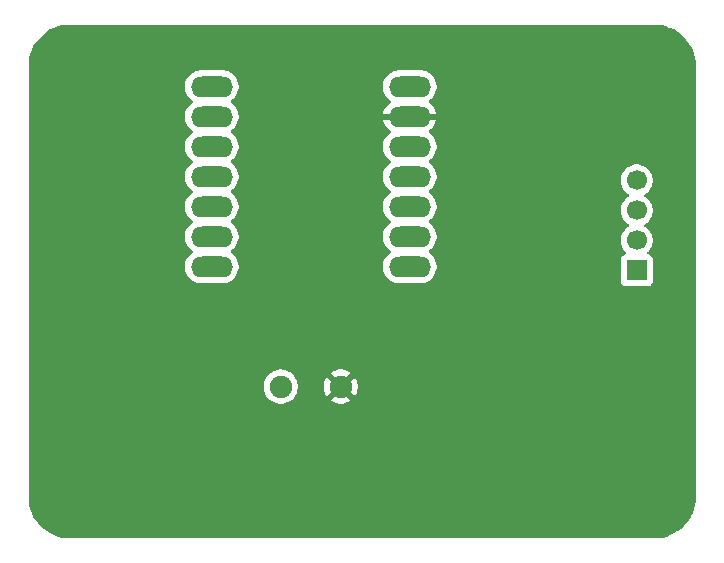
<source format=gbr>
%TF.GenerationSoftware,KiCad,Pcbnew,9.0.5*%
%TF.CreationDate,2026-02-02T17:22:04-08:00*%
%TF.ProjectId,Display device,44697370-6c61-4792-9064-65766963652e,rev?*%
%TF.SameCoordinates,Original*%
%TF.FileFunction,Copper,L2,Bot*%
%TF.FilePolarity,Positive*%
%FSLAX46Y46*%
G04 Gerber Fmt 4.6, Leading zero omitted, Abs format (unit mm)*
G04 Created by KiCad (PCBNEW 9.0.5) date 2026-02-02 17:22:04*
%MOMM*%
%LPD*%
G01*
G04 APERTURE LIST*
%TA.AperFunction,ComponentPad*%
%ADD10R,1.700000X1.700000*%
%TD*%
%TA.AperFunction,ComponentPad*%
%ADD11C,1.700000*%
%TD*%
%TA.AperFunction,ComponentPad*%
%ADD12O,3.556000X1.778000*%
%TD*%
%TA.AperFunction,ComponentPad*%
%ADD13C,1.905000*%
%TD*%
G04 APERTURE END LIST*
D10*
%TO.P,J1,1,Pin_1*%
%TO.N,Net-(J1-Pin_1)*%
X161000000Y-96810000D03*
D11*
%TO.P,J1,2,Pin_2*%
%TO.N,Net-(J1-Pin_2)*%
X161000000Y-94270000D03*
%TO.P,J1,3,Pin_3*%
%TO.N,Net-(J1-Pin_3)*%
X161000000Y-91730000D03*
%TO.P,J1,4,Pin_4*%
%TO.N,Net-(J1-Pin_4)*%
X161000000Y-89190000D03*
%TD*%
D12*
%TO.P,U1,1,GPIO1_A0_D0*%
%TO.N,/LED*%
X125013000Y-81250000D03*
%TO.P,U1,2,GPIO2_A1_D1*%
%TO.N,unconnected-(U1-GPIO2_A1_D1-Pad2)*%
X125013000Y-83790000D03*
%TO.P,U1,3,GPIO3_A2_D2*%
%TO.N,unconnected-(U1-GPIO3_A2_D2-Pad3)*%
X125013000Y-86330000D03*
%TO.P,U1,4,GPIO4_A3_D3*%
%TO.N,/DISP_BTN*%
X125013000Y-88870000D03*
%TO.P,U1,5,GPIO4_A3_D3_SDA*%
%TO.N,unconnected-(U1-GPIO4_A3_D3_SDA-Pad5)*%
X125013000Y-91410000D03*
%TO.P,U1,6,GPIO6_A5_D5_SCL*%
%TO.N,/M_A1*%
X125013000Y-93950000D03*
%TO.P,U1,7,GPIO43_TX_D6*%
%TO.N,unconnected-(U1-GPIO43_TX_D6-Pad7)*%
X125013000Y-96490000D03*
%TO.P,U1,8,GPIO44_D7_RX*%
%TO.N,unconnected-(U1-GPIO44_D7_RX-Pad8)*%
X141777000Y-96490000D03*
%TO.P,U1,9,GPIO7_A8_D8_SCK*%
%TO.N,/M_A2*%
X141777000Y-93950000D03*
%TO.P,U1,10,GPIO8_A9_D9_CIPO*%
%TO.N,/M_B1*%
X141777000Y-91410000D03*
%TO.P,U1,11,GPIO9_A10_D10_COPI*%
%TO.N,/M_B2*%
X141777000Y-88870000D03*
%TO.P,U1,12,3V3*%
%TO.N,unconnected-(U1-3V3-Pad12)*%
X141777000Y-86330000D03*
%TO.P,U1,13,GND*%
%TO.N,GND*%
X141777000Y-83790000D03*
%TO.P,U1,14,5V*%
%TO.N,unconnected-(U1-5V-Pad14)*%
X141777000Y-81250000D03*
D13*
%TO.P,U1,15,+BATT*%
%TO.N,/BAT*%
X130855000Y-106650000D03*
%TO.P,U1,16,-BATT*%
%TO.N,GND*%
X135935000Y-106650000D03*
%TD*%
%TA.AperFunction,Conductor*%
%TO.N,GND*%
G36*
X162503032Y-76000648D02*
G01*
X162836929Y-76017052D01*
X162849037Y-76018245D01*
X162952146Y-76033539D01*
X163176699Y-76066849D01*
X163188617Y-76069219D01*
X163509951Y-76149709D01*
X163521588Y-76153240D01*
X163592806Y-76178722D01*
X163833467Y-76264832D01*
X163844688Y-76269479D01*
X164144163Y-76411120D01*
X164154871Y-76416844D01*
X164438988Y-76587137D01*
X164449106Y-76593897D01*
X164715170Y-76791224D01*
X164724576Y-76798944D01*
X164970013Y-77021395D01*
X164978604Y-77029986D01*
X165165755Y-77236475D01*
X165201055Y-77275423D01*
X165208775Y-77284829D01*
X165406102Y-77550893D01*
X165412862Y-77561011D01*
X165541776Y-77776092D01*
X165583148Y-77845116D01*
X165588885Y-77855848D01*
X165730514Y-78155297D01*
X165735170Y-78166540D01*
X165846759Y-78478411D01*
X165850292Y-78490055D01*
X165930777Y-78811369D01*
X165933151Y-78823305D01*
X165981754Y-79150962D01*
X165982947Y-79163071D01*
X165999351Y-79496966D01*
X165999500Y-79503051D01*
X165999500Y-115996948D01*
X165999351Y-116003033D01*
X165982947Y-116336928D01*
X165981754Y-116349037D01*
X165933151Y-116676694D01*
X165930777Y-116688630D01*
X165850292Y-117009944D01*
X165846759Y-117021588D01*
X165735170Y-117333459D01*
X165730514Y-117344702D01*
X165588885Y-117644151D01*
X165583148Y-117654883D01*
X165412862Y-117938988D01*
X165406102Y-117949106D01*
X165208775Y-118215170D01*
X165201055Y-118224576D01*
X164978611Y-118470006D01*
X164970006Y-118478611D01*
X164724576Y-118701055D01*
X164715170Y-118708775D01*
X164449106Y-118906102D01*
X164438988Y-118912862D01*
X164154883Y-119083148D01*
X164144151Y-119088885D01*
X163844702Y-119230514D01*
X163833459Y-119235170D01*
X163521588Y-119346759D01*
X163509944Y-119350292D01*
X163188630Y-119430777D01*
X163176694Y-119433151D01*
X162849037Y-119481754D01*
X162836928Y-119482947D01*
X162521989Y-119498419D01*
X162503031Y-119499351D01*
X162496949Y-119499500D01*
X113003051Y-119499500D01*
X112996968Y-119499351D01*
X112976900Y-119498365D01*
X112663071Y-119482947D01*
X112650962Y-119481754D01*
X112323305Y-119433151D01*
X112311369Y-119430777D01*
X111990055Y-119350292D01*
X111978411Y-119346759D01*
X111666540Y-119235170D01*
X111655301Y-119230515D01*
X111355844Y-119088883D01*
X111345121Y-119083150D01*
X111061011Y-118912862D01*
X111050893Y-118906102D01*
X110784829Y-118708775D01*
X110775423Y-118701055D01*
X110736475Y-118665755D01*
X110529986Y-118478604D01*
X110521395Y-118470013D01*
X110298944Y-118224576D01*
X110291224Y-118215170D01*
X110093897Y-117949106D01*
X110087137Y-117938988D01*
X109916844Y-117654871D01*
X109911120Y-117644163D01*
X109769479Y-117344688D01*
X109764829Y-117333459D01*
X109653240Y-117021588D01*
X109649707Y-117009944D01*
X109640958Y-116975015D01*
X109569219Y-116688617D01*
X109566848Y-116676694D01*
X109518245Y-116349037D01*
X109517052Y-116336927D01*
X109500649Y-116003032D01*
X109500500Y-115996948D01*
X109500500Y-106535646D01*
X129402000Y-106535646D01*
X129402000Y-106764353D01*
X129437778Y-106990246D01*
X129437778Y-106990249D01*
X129508450Y-107207755D01*
X129508452Y-107207758D01*
X129612283Y-107411538D01*
X129746714Y-107596566D01*
X129908434Y-107758286D01*
X130093462Y-107892717D01*
X130296327Y-107996082D01*
X130297244Y-107996549D01*
X130514751Y-108067221D01*
X130514752Y-108067221D01*
X130514755Y-108067222D01*
X130740646Y-108103000D01*
X130740647Y-108103000D01*
X130969353Y-108103000D01*
X130969354Y-108103000D01*
X131195245Y-108067222D01*
X131195248Y-108067221D01*
X131195249Y-108067221D01*
X131412755Y-107996549D01*
X131412755Y-107996548D01*
X131412758Y-107996548D01*
X131616538Y-107892717D01*
X131801566Y-107758286D01*
X131963286Y-107596566D01*
X132097717Y-107411538D01*
X132201548Y-107207758D01*
X132272222Y-106990245D01*
X132308000Y-106764354D01*
X132308000Y-106535686D01*
X134482500Y-106535686D01*
X134482500Y-106764313D01*
X134518265Y-106990124D01*
X134518265Y-106990125D01*
X134588917Y-107207568D01*
X134692711Y-107411276D01*
X134746347Y-107485098D01*
X134746347Y-107485099D01*
X135445504Y-106785941D01*
X135461619Y-106846081D01*
X135528498Y-106961920D01*
X135623080Y-107056502D01*
X135738919Y-107123381D01*
X135799057Y-107139494D01*
X135099899Y-107838651D01*
X135173725Y-107892288D01*
X135173731Y-107892292D01*
X135377431Y-107996082D01*
X135594875Y-108066734D01*
X135820687Y-108102500D01*
X136049313Y-108102500D01*
X136275124Y-108066734D01*
X136275125Y-108066734D01*
X136492568Y-107996082D01*
X136696276Y-107892288D01*
X136770098Y-107838651D01*
X136070942Y-107139495D01*
X136131081Y-107123381D01*
X136246920Y-107056502D01*
X136341502Y-106961920D01*
X136408381Y-106846081D01*
X136424495Y-106785942D01*
X137123651Y-107485098D01*
X137177288Y-107411276D01*
X137281082Y-107207568D01*
X137351734Y-106990125D01*
X137351734Y-106990124D01*
X137387500Y-106764313D01*
X137387500Y-106535686D01*
X137351734Y-106309875D01*
X137351734Y-106309874D01*
X137281082Y-106092431D01*
X137177292Y-105888731D01*
X137177288Y-105888725D01*
X137123651Y-105814900D01*
X137123651Y-105814899D01*
X136424494Y-106514056D01*
X136408381Y-106453919D01*
X136341502Y-106338080D01*
X136246920Y-106243498D01*
X136131081Y-106176619D01*
X136070940Y-106160504D01*
X136770099Y-105461347D01*
X136696276Y-105407711D01*
X136492568Y-105303917D01*
X136275124Y-105233265D01*
X136049313Y-105197500D01*
X135820687Y-105197500D01*
X135594875Y-105233265D01*
X135594874Y-105233265D01*
X135377431Y-105303917D01*
X135173719Y-105407713D01*
X135099900Y-105461346D01*
X135099899Y-105461347D01*
X135799057Y-106160504D01*
X135738919Y-106176619D01*
X135623080Y-106243498D01*
X135528498Y-106338080D01*
X135461619Y-106453919D01*
X135445504Y-106514057D01*
X134746347Y-105814899D01*
X134746346Y-105814900D01*
X134692713Y-105888719D01*
X134588917Y-106092431D01*
X134518265Y-106309874D01*
X134518265Y-106309875D01*
X134482500Y-106535686D01*
X132308000Y-106535686D01*
X132308000Y-106535646D01*
X132272222Y-106309755D01*
X132272221Y-106309751D01*
X132272221Y-106309750D01*
X132201549Y-106092244D01*
X132097851Y-105888725D01*
X132097717Y-105888462D01*
X131963286Y-105703434D01*
X131801566Y-105541714D01*
X131616538Y-105407283D01*
X131412755Y-105303450D01*
X131195248Y-105232778D01*
X131025826Y-105205944D01*
X130969354Y-105197000D01*
X130740646Y-105197000D01*
X130665349Y-105208926D01*
X130514753Y-105232778D01*
X130514750Y-105232778D01*
X130297244Y-105303450D01*
X130093461Y-105407283D01*
X130019051Y-105461346D01*
X129908434Y-105541714D01*
X129908432Y-105541716D01*
X129908431Y-105541716D01*
X129746716Y-105703431D01*
X129746716Y-105703432D01*
X129746714Y-105703434D01*
X129688980Y-105782896D01*
X129612283Y-105888461D01*
X129508450Y-106092244D01*
X129437778Y-106309750D01*
X129437778Y-106309753D01*
X129402000Y-106535646D01*
X109500500Y-106535646D01*
X109500500Y-81140638D01*
X122734500Y-81140638D01*
X122734500Y-81359361D01*
X122768714Y-81575376D01*
X122836297Y-81783380D01*
X122836298Y-81783383D01*
X122935595Y-81978260D01*
X123064142Y-82155193D01*
X123218806Y-82309857D01*
X123369969Y-82419682D01*
X123412635Y-82475011D01*
X123418614Y-82544625D01*
X123386009Y-82606420D01*
X123369969Y-82620318D01*
X123218806Y-82730142D01*
X123064142Y-82884806D01*
X122935595Y-83061739D01*
X122836298Y-83256616D01*
X122836297Y-83256619D01*
X122768714Y-83464623D01*
X122734500Y-83680638D01*
X122734500Y-83899361D01*
X122768714Y-84115376D01*
X122836297Y-84323380D01*
X122836298Y-84323383D01*
X122903782Y-84455825D01*
X122935461Y-84517998D01*
X122935595Y-84518260D01*
X123064142Y-84695193D01*
X123218806Y-84849857D01*
X123369969Y-84959682D01*
X123412635Y-85015011D01*
X123418614Y-85084625D01*
X123386009Y-85146420D01*
X123369969Y-85160318D01*
X123218806Y-85270142D01*
X123064142Y-85424806D01*
X122935595Y-85601739D01*
X122836298Y-85796616D01*
X122836297Y-85796619D01*
X122768714Y-86004623D01*
X122734500Y-86220638D01*
X122734500Y-86439361D01*
X122768714Y-86655376D01*
X122836297Y-86863380D01*
X122836298Y-86863383D01*
X122935595Y-87058260D01*
X123064142Y-87235193D01*
X123218806Y-87389857D01*
X123369969Y-87499682D01*
X123412635Y-87555011D01*
X123418614Y-87624625D01*
X123386009Y-87686420D01*
X123369969Y-87700318D01*
X123218806Y-87810142D01*
X123064142Y-87964806D01*
X122935595Y-88141739D01*
X122836298Y-88336616D01*
X122836297Y-88336619D01*
X122768714Y-88544623D01*
X122734500Y-88760638D01*
X122734500Y-88979361D01*
X122768714Y-89195376D01*
X122836297Y-89403380D01*
X122836298Y-89403383D01*
X122935595Y-89598260D01*
X123064142Y-89775193D01*
X123218806Y-89929857D01*
X123369969Y-90039682D01*
X123412635Y-90095011D01*
X123418614Y-90164625D01*
X123386009Y-90226420D01*
X123369969Y-90240318D01*
X123218806Y-90350142D01*
X123064142Y-90504806D01*
X122935595Y-90681739D01*
X122836298Y-90876616D01*
X122836297Y-90876619D01*
X122768714Y-91084623D01*
X122734500Y-91300638D01*
X122734500Y-91519361D01*
X122768714Y-91735376D01*
X122836297Y-91943380D01*
X122836298Y-91943383D01*
X122935595Y-92138260D01*
X123064142Y-92315193D01*
X123218806Y-92469857D01*
X123369969Y-92579682D01*
X123412635Y-92635011D01*
X123418614Y-92704625D01*
X123386009Y-92766420D01*
X123369969Y-92780318D01*
X123218806Y-92890142D01*
X123064142Y-93044806D01*
X122935595Y-93221739D01*
X122836298Y-93416616D01*
X122836297Y-93416619D01*
X122768714Y-93624623D01*
X122734500Y-93840638D01*
X122734500Y-94059361D01*
X122768714Y-94275376D01*
X122836297Y-94483380D01*
X122836298Y-94483383D01*
X122935595Y-94678260D01*
X123064142Y-94855193D01*
X123218806Y-95009857D01*
X123369969Y-95119682D01*
X123412635Y-95175011D01*
X123418614Y-95244625D01*
X123386009Y-95306420D01*
X123369969Y-95320318D01*
X123218806Y-95430142D01*
X123064142Y-95584806D01*
X122935595Y-95761739D01*
X122836298Y-95956616D01*
X122836297Y-95956619D01*
X122768714Y-96164623D01*
X122734500Y-96380638D01*
X122734500Y-96599361D01*
X122768714Y-96815376D01*
X122836297Y-97023380D01*
X122836298Y-97023383D01*
X122935595Y-97218260D01*
X123064142Y-97395193D01*
X123218806Y-97549857D01*
X123384374Y-97670147D01*
X123395743Y-97678407D01*
X123523132Y-97743315D01*
X123590616Y-97777701D01*
X123590619Y-97777702D01*
X123694621Y-97811493D01*
X123798625Y-97845286D01*
X123898672Y-97861132D01*
X124014639Y-97879500D01*
X124014644Y-97879500D01*
X126011361Y-97879500D01*
X126116082Y-97862912D01*
X126227375Y-97845286D01*
X126435383Y-97777701D01*
X126630257Y-97678407D01*
X126729601Y-97606229D01*
X126807193Y-97549857D01*
X126807195Y-97549854D01*
X126807199Y-97549852D01*
X126961852Y-97395199D01*
X126961854Y-97395195D01*
X126961857Y-97395193D01*
X127018229Y-97317601D01*
X127090407Y-97218257D01*
X127189701Y-97023383D01*
X127257286Y-96815375D01*
X127274912Y-96704082D01*
X127291500Y-96599361D01*
X127291500Y-96380638D01*
X127271595Y-96254971D01*
X127257286Y-96164625D01*
X127189701Y-95956617D01*
X127189701Y-95956616D01*
X127136658Y-95852516D01*
X127090407Y-95761743D01*
X127058382Y-95717664D01*
X126961857Y-95584806D01*
X126807199Y-95430148D01*
X126800551Y-95425318D01*
X126656028Y-95320316D01*
X126613364Y-95264989D01*
X126607385Y-95195376D01*
X126639990Y-95133580D01*
X126656023Y-95119686D01*
X126807199Y-95009852D01*
X126961852Y-94855199D01*
X126961854Y-94855195D01*
X126961857Y-94855193D01*
X127018229Y-94777601D01*
X127090407Y-94678257D01*
X127189701Y-94483383D01*
X127257286Y-94275375D01*
X127274912Y-94164082D01*
X127291500Y-94059361D01*
X127291500Y-93840638D01*
X127271595Y-93714971D01*
X127257286Y-93624625D01*
X127189701Y-93416617D01*
X127189701Y-93416616D01*
X127099653Y-93239890D01*
X127090407Y-93221743D01*
X127012819Y-93114951D01*
X126961857Y-93044806D01*
X126807199Y-92890148D01*
X126806326Y-92889514D01*
X126656028Y-92780316D01*
X126613364Y-92724989D01*
X126607385Y-92655376D01*
X126639990Y-92593580D01*
X126656023Y-92579686D01*
X126807199Y-92469852D01*
X126961852Y-92315199D01*
X126961854Y-92315195D01*
X126961857Y-92315193D01*
X127018229Y-92237601D01*
X127090407Y-92138257D01*
X127189701Y-91943383D01*
X127257286Y-91735375D01*
X127274912Y-91624082D01*
X127291500Y-91519361D01*
X127291500Y-91300638D01*
X127271595Y-91174971D01*
X127257286Y-91084625D01*
X127189701Y-90876617D01*
X127189701Y-90876616D01*
X127099653Y-90699890D01*
X127090407Y-90681743D01*
X127012819Y-90574951D01*
X126961857Y-90504806D01*
X126807199Y-90350148D01*
X126806326Y-90349514D01*
X126656028Y-90240316D01*
X126613364Y-90184989D01*
X126607385Y-90115376D01*
X126639990Y-90053580D01*
X126656023Y-90039686D01*
X126807199Y-89929852D01*
X126961852Y-89775199D01*
X126961854Y-89775195D01*
X126961857Y-89775193D01*
X127018229Y-89697601D01*
X127090407Y-89598257D01*
X127189701Y-89403383D01*
X127257286Y-89195375D01*
X127274912Y-89084082D01*
X127291500Y-88979361D01*
X127291500Y-88760638D01*
X127271595Y-88634971D01*
X127257286Y-88544625D01*
X127189701Y-88336617D01*
X127189701Y-88336616D01*
X127099653Y-88159890D01*
X127090407Y-88141743D01*
X127012819Y-88034951D01*
X126961857Y-87964806D01*
X126807199Y-87810148D01*
X126807191Y-87810142D01*
X126656028Y-87700316D01*
X126613364Y-87644989D01*
X126607385Y-87575376D01*
X126639990Y-87513580D01*
X126656023Y-87499686D01*
X126807199Y-87389852D01*
X126961852Y-87235199D01*
X126961854Y-87235195D01*
X126961857Y-87235193D01*
X127018229Y-87157601D01*
X127090407Y-87058257D01*
X127189701Y-86863383D01*
X127257286Y-86655375D01*
X127274912Y-86544082D01*
X127291500Y-86439361D01*
X127291500Y-86220638D01*
X127271595Y-86094971D01*
X127257286Y-86004625D01*
X127189701Y-85796617D01*
X127189701Y-85796616D01*
X127155315Y-85729132D01*
X127090407Y-85601743D01*
X127082147Y-85590374D01*
X126961857Y-85424806D01*
X126807199Y-85270148D01*
X126807191Y-85270142D01*
X126656028Y-85160316D01*
X126613364Y-85104989D01*
X126607385Y-85035376D01*
X126639990Y-84973580D01*
X126656023Y-84959686D01*
X126807199Y-84849852D01*
X126961852Y-84695199D01*
X126961854Y-84695195D01*
X126961857Y-84695193D01*
X127018229Y-84617601D01*
X127090407Y-84518257D01*
X127189701Y-84323383D01*
X127257286Y-84115375D01*
X127277764Y-83986081D01*
X127291500Y-83899361D01*
X127291500Y-83680638D01*
X127269224Y-83540000D01*
X127257286Y-83464625D01*
X127209197Y-83316619D01*
X127189702Y-83256619D01*
X127189701Y-83256616D01*
X127155315Y-83189132D01*
X127090407Y-83061743D01*
X127082147Y-83050374D01*
X126961857Y-82884806D01*
X126807199Y-82730148D01*
X126807191Y-82730142D01*
X126656028Y-82620316D01*
X126613364Y-82564989D01*
X126607385Y-82495376D01*
X126639990Y-82433580D01*
X126656023Y-82419686D01*
X126807199Y-82309852D01*
X126961852Y-82155199D01*
X126961854Y-82155195D01*
X126961857Y-82155193D01*
X127018229Y-82077601D01*
X127090407Y-81978257D01*
X127189701Y-81783383D01*
X127257286Y-81575375D01*
X127274912Y-81464082D01*
X127291500Y-81359361D01*
X127291500Y-81140638D01*
X139498500Y-81140638D01*
X139498500Y-81359361D01*
X139532714Y-81575376D01*
X139600297Y-81783380D01*
X139600298Y-81783383D01*
X139699595Y-81978260D01*
X139828142Y-82155193D01*
X139982802Y-82309853D01*
X139982807Y-82309857D01*
X140134394Y-82419991D01*
X140177060Y-82475320D01*
X140183039Y-82544934D01*
X140150434Y-82606729D01*
X140134394Y-82620627D01*
X139983133Y-82730524D01*
X139983128Y-82730528D01*
X139828528Y-82885128D01*
X139828524Y-82885133D01*
X139700023Y-83062001D01*
X139600762Y-83256808D01*
X139600761Y-83256811D01*
X139533201Y-83464741D01*
X139521282Y-83540000D01*
X140572749Y-83540000D01*
X140541619Y-83593919D01*
X140507000Y-83723120D01*
X140507000Y-83856880D01*
X140541619Y-83986081D01*
X140572749Y-84040000D01*
X139521282Y-84040000D01*
X139533201Y-84115258D01*
X139600761Y-84323188D01*
X139600762Y-84323191D01*
X139700023Y-84517998D01*
X139828524Y-84694866D01*
X139828528Y-84694871D01*
X139983128Y-84849471D01*
X139983133Y-84849475D01*
X140134394Y-84959372D01*
X140177060Y-85014701D01*
X140183039Y-85084315D01*
X140150434Y-85146110D01*
X140134394Y-85160008D01*
X139982807Y-85270142D01*
X139982802Y-85270146D01*
X139828142Y-85424806D01*
X139699595Y-85601739D01*
X139600298Y-85796616D01*
X139600297Y-85796619D01*
X139532714Y-86004623D01*
X139498500Y-86220638D01*
X139498500Y-86439361D01*
X139532714Y-86655376D01*
X139600297Y-86863380D01*
X139600298Y-86863383D01*
X139699595Y-87058260D01*
X139828142Y-87235193D01*
X139982806Y-87389857D01*
X140133969Y-87499682D01*
X140176635Y-87555011D01*
X140182614Y-87624625D01*
X140150009Y-87686420D01*
X140133969Y-87700318D01*
X139982806Y-87810142D01*
X139828142Y-87964806D01*
X139699595Y-88141739D01*
X139600298Y-88336616D01*
X139600297Y-88336619D01*
X139532714Y-88544623D01*
X139498500Y-88760638D01*
X139498500Y-88979361D01*
X139532714Y-89195376D01*
X139600297Y-89403380D01*
X139600298Y-89403383D01*
X139699595Y-89598260D01*
X139828142Y-89775193D01*
X139982806Y-89929857D01*
X140133969Y-90039682D01*
X140176635Y-90095011D01*
X140182614Y-90164625D01*
X140150009Y-90226420D01*
X140133969Y-90240318D01*
X139982806Y-90350142D01*
X139828142Y-90504806D01*
X139699595Y-90681739D01*
X139600298Y-90876616D01*
X139600297Y-90876619D01*
X139532714Y-91084623D01*
X139498500Y-91300638D01*
X139498500Y-91519361D01*
X139532714Y-91735376D01*
X139600297Y-91943380D01*
X139600298Y-91943383D01*
X139699595Y-92138260D01*
X139828142Y-92315193D01*
X139982806Y-92469857D01*
X140133969Y-92579682D01*
X140176635Y-92635011D01*
X140182614Y-92704625D01*
X140150009Y-92766420D01*
X140133969Y-92780318D01*
X139982806Y-92890142D01*
X139828142Y-93044806D01*
X139699595Y-93221739D01*
X139600298Y-93416616D01*
X139600297Y-93416619D01*
X139532714Y-93624623D01*
X139498500Y-93840638D01*
X139498500Y-94059361D01*
X139532714Y-94275376D01*
X139600297Y-94483380D01*
X139600298Y-94483383D01*
X139699595Y-94678260D01*
X139828142Y-94855193D01*
X139982806Y-95009857D01*
X140133969Y-95119682D01*
X140176635Y-95175011D01*
X140182614Y-95244625D01*
X140150009Y-95306420D01*
X140133969Y-95320318D01*
X139982806Y-95430142D01*
X139828142Y-95584806D01*
X139699595Y-95761739D01*
X139600298Y-95956616D01*
X139600297Y-95956619D01*
X139532714Y-96164623D01*
X139498500Y-96380638D01*
X139498500Y-96599361D01*
X139532714Y-96815376D01*
X139600297Y-97023380D01*
X139600298Y-97023383D01*
X139699595Y-97218260D01*
X139828142Y-97395193D01*
X139982806Y-97549857D01*
X140148374Y-97670147D01*
X140159743Y-97678407D01*
X140287132Y-97743315D01*
X140354616Y-97777701D01*
X140354619Y-97777702D01*
X140458621Y-97811493D01*
X140562625Y-97845286D01*
X140662672Y-97861132D01*
X140778639Y-97879500D01*
X140778644Y-97879500D01*
X142775361Y-97879500D01*
X142880082Y-97862912D01*
X142991375Y-97845286D01*
X143199383Y-97777701D01*
X143394257Y-97678407D01*
X143493601Y-97606229D01*
X143571193Y-97549857D01*
X143571195Y-97549854D01*
X143571199Y-97549852D01*
X143725852Y-97395199D01*
X143725854Y-97395195D01*
X143725857Y-97395193D01*
X143782229Y-97317601D01*
X143854407Y-97218257D01*
X143953701Y-97023383D01*
X144021286Y-96815375D01*
X144038912Y-96704082D01*
X144055500Y-96599361D01*
X144055500Y-96380638D01*
X144035595Y-96254971D01*
X144021286Y-96164625D01*
X143953701Y-95956617D01*
X143953701Y-95956616D01*
X143900658Y-95852516D01*
X143854407Y-95761743D01*
X143822382Y-95717664D01*
X143725857Y-95584806D01*
X143571199Y-95430148D01*
X143564551Y-95425318D01*
X143420028Y-95320316D01*
X143377364Y-95264989D01*
X143371385Y-95195376D01*
X143403990Y-95133580D01*
X143420023Y-95119686D01*
X143571199Y-95009852D01*
X143725852Y-94855199D01*
X143725854Y-94855195D01*
X143725857Y-94855193D01*
X143782229Y-94777601D01*
X143854407Y-94678257D01*
X143953701Y-94483383D01*
X144021286Y-94275375D01*
X144038912Y-94164082D01*
X144055500Y-94059361D01*
X144055500Y-93840638D01*
X144035595Y-93714971D01*
X144021286Y-93624625D01*
X143953701Y-93416617D01*
X143953701Y-93416616D01*
X143863653Y-93239890D01*
X143854407Y-93221743D01*
X143776819Y-93114951D01*
X143725857Y-93044806D01*
X143571199Y-92890148D01*
X143570326Y-92889514D01*
X143420028Y-92780316D01*
X143377364Y-92724989D01*
X143371385Y-92655376D01*
X143403990Y-92593580D01*
X143420023Y-92579686D01*
X143571199Y-92469852D01*
X143725852Y-92315199D01*
X143725854Y-92315195D01*
X143725857Y-92315193D01*
X143782229Y-92237601D01*
X143854407Y-92138257D01*
X143953701Y-91943383D01*
X144021286Y-91735375D01*
X144038912Y-91624082D01*
X144055500Y-91519361D01*
X144055500Y-91300638D01*
X144035595Y-91174971D01*
X144021286Y-91084625D01*
X143953701Y-90876617D01*
X143953701Y-90876616D01*
X143863653Y-90699890D01*
X143854407Y-90681743D01*
X143776819Y-90574951D01*
X143725857Y-90504806D01*
X143571199Y-90350148D01*
X143570326Y-90349514D01*
X143420028Y-90240316D01*
X143377364Y-90184989D01*
X143371385Y-90115376D01*
X143403990Y-90053580D01*
X143420023Y-90039686D01*
X143571199Y-89929852D01*
X143725852Y-89775199D01*
X143725854Y-89775195D01*
X143725857Y-89775193D01*
X143782229Y-89697601D01*
X143854407Y-89598257D01*
X143953701Y-89403383D01*
X144021286Y-89195375D01*
X144034625Y-89111153D01*
X144038972Y-89083713D01*
X159649500Y-89083713D01*
X159649500Y-89296287D01*
X159682754Y-89506243D01*
X159712652Y-89598260D01*
X159748444Y-89708414D01*
X159844951Y-89897820D01*
X159969890Y-90069786D01*
X160120213Y-90220109D01*
X160292182Y-90345050D01*
X160300946Y-90349516D01*
X160351742Y-90397491D01*
X160368536Y-90465312D01*
X160345998Y-90531447D01*
X160300946Y-90570484D01*
X160292182Y-90574949D01*
X160120213Y-90699890D01*
X159969890Y-90850213D01*
X159844951Y-91022179D01*
X159748444Y-91211585D01*
X159682753Y-91413760D01*
X159666028Y-91519361D01*
X159649500Y-91623713D01*
X159649500Y-91836287D01*
X159682754Y-92046243D01*
X159712652Y-92138260D01*
X159748444Y-92248414D01*
X159844951Y-92437820D01*
X159969890Y-92609786D01*
X160120213Y-92760109D01*
X160292182Y-92885050D01*
X160300946Y-92889516D01*
X160351742Y-92937491D01*
X160368536Y-93005312D01*
X160345998Y-93071447D01*
X160300946Y-93110484D01*
X160292182Y-93114949D01*
X160120213Y-93239890D01*
X159969890Y-93390213D01*
X159844951Y-93562179D01*
X159748444Y-93751585D01*
X159682753Y-93953760D01*
X159666028Y-94059361D01*
X159649500Y-94163713D01*
X159649500Y-94376287D01*
X159682754Y-94586243D01*
X159712652Y-94678260D01*
X159748444Y-94788414D01*
X159844951Y-94977820D01*
X159969890Y-95149786D01*
X160083430Y-95263326D01*
X160116915Y-95324649D01*
X160111931Y-95394341D01*
X160070059Y-95450274D01*
X160039083Y-95467189D01*
X159907669Y-95516203D01*
X159907664Y-95516206D01*
X159792455Y-95602452D01*
X159792452Y-95602455D01*
X159706206Y-95717664D01*
X159706202Y-95717671D01*
X159655908Y-95852517D01*
X159649501Y-95912116D01*
X159649501Y-95912123D01*
X159649500Y-95912135D01*
X159649500Y-97707870D01*
X159649501Y-97707876D01*
X159655908Y-97767483D01*
X159706202Y-97902328D01*
X159706206Y-97902335D01*
X159792452Y-98017544D01*
X159792455Y-98017547D01*
X159907664Y-98103793D01*
X159907671Y-98103797D01*
X160042517Y-98154091D01*
X160042516Y-98154091D01*
X160049444Y-98154835D01*
X160102127Y-98160500D01*
X161897872Y-98160499D01*
X161957483Y-98154091D01*
X162092331Y-98103796D01*
X162207546Y-98017546D01*
X162293796Y-97902331D01*
X162344091Y-97767483D01*
X162350500Y-97707873D01*
X162350499Y-95912128D01*
X162344091Y-95852517D01*
X162293796Y-95717669D01*
X162293795Y-95717668D01*
X162293793Y-95717664D01*
X162207547Y-95602455D01*
X162207544Y-95602452D01*
X162092335Y-95516206D01*
X162092328Y-95516202D01*
X161960917Y-95467189D01*
X161904983Y-95425318D01*
X161880566Y-95359853D01*
X161895418Y-95291580D01*
X161916563Y-95263332D01*
X162030104Y-95149792D01*
X162155051Y-94977816D01*
X162251557Y-94788412D01*
X162317246Y-94586243D01*
X162350500Y-94376287D01*
X162350500Y-94163713D01*
X162317246Y-93953757D01*
X162251557Y-93751588D01*
X162155051Y-93562184D01*
X162155049Y-93562181D01*
X162155048Y-93562179D01*
X162030109Y-93390213D01*
X161879786Y-93239890D01*
X161707820Y-93114951D01*
X161707115Y-93114591D01*
X161699054Y-93110485D01*
X161648259Y-93062512D01*
X161631463Y-92994692D01*
X161653999Y-92928556D01*
X161699054Y-92889515D01*
X161707816Y-92885051D01*
X161729789Y-92869086D01*
X161879786Y-92760109D01*
X161879788Y-92760106D01*
X161879792Y-92760104D01*
X162030104Y-92609792D01*
X162030106Y-92609788D01*
X162030109Y-92609786D01*
X162155048Y-92437820D01*
X162155047Y-92437820D01*
X162155051Y-92437816D01*
X162251557Y-92248412D01*
X162317246Y-92046243D01*
X162350500Y-91836287D01*
X162350500Y-91623713D01*
X162317246Y-91413757D01*
X162251557Y-91211588D01*
X162155051Y-91022184D01*
X162155049Y-91022181D01*
X162155048Y-91022179D01*
X162030109Y-90850213D01*
X161879786Y-90699890D01*
X161707820Y-90574951D01*
X161707115Y-90574591D01*
X161699054Y-90570485D01*
X161648259Y-90522512D01*
X161631463Y-90454692D01*
X161653999Y-90388556D01*
X161699054Y-90349515D01*
X161707816Y-90345051D01*
X161729789Y-90329086D01*
X161879786Y-90220109D01*
X161879788Y-90220106D01*
X161879792Y-90220104D01*
X162030104Y-90069792D01*
X162030106Y-90069788D01*
X162030109Y-90069786D01*
X162155048Y-89897820D01*
X162155047Y-89897820D01*
X162155051Y-89897816D01*
X162251557Y-89708412D01*
X162317246Y-89506243D01*
X162350500Y-89296287D01*
X162350500Y-89083713D01*
X162317246Y-88873757D01*
X162251557Y-88671588D01*
X162155051Y-88482184D01*
X162155049Y-88482181D01*
X162155048Y-88482179D01*
X162030109Y-88310213D01*
X161879786Y-88159890D01*
X161707820Y-88034951D01*
X161518414Y-87938444D01*
X161518413Y-87938443D01*
X161518412Y-87938443D01*
X161316243Y-87872754D01*
X161316241Y-87872753D01*
X161316240Y-87872753D01*
X161154957Y-87847208D01*
X161106287Y-87839500D01*
X160893713Y-87839500D01*
X160845042Y-87847208D01*
X160683760Y-87872753D01*
X160481585Y-87938444D01*
X160292179Y-88034951D01*
X160120213Y-88159890D01*
X159969890Y-88310213D01*
X159844951Y-88482179D01*
X159748444Y-88671585D01*
X159682753Y-88873760D01*
X159666028Y-88979361D01*
X159649500Y-89083713D01*
X144038972Y-89083713D01*
X144042816Y-89059443D01*
X144055500Y-88979361D01*
X144055500Y-88760638D01*
X144035595Y-88634971D01*
X144021286Y-88544625D01*
X143953701Y-88336617D01*
X143953701Y-88336616D01*
X143863653Y-88159890D01*
X143854407Y-88141743D01*
X143776819Y-88034951D01*
X143725857Y-87964806D01*
X143571199Y-87810148D01*
X143571191Y-87810142D01*
X143420028Y-87700316D01*
X143377364Y-87644989D01*
X143371385Y-87575376D01*
X143403990Y-87513580D01*
X143420023Y-87499686D01*
X143571199Y-87389852D01*
X143725852Y-87235199D01*
X143725854Y-87235195D01*
X143725857Y-87235193D01*
X143782229Y-87157601D01*
X143854407Y-87058257D01*
X143953701Y-86863383D01*
X144021286Y-86655375D01*
X144038912Y-86544082D01*
X144055500Y-86439361D01*
X144055500Y-86220638D01*
X144035595Y-86094971D01*
X144021286Y-86004625D01*
X143953701Y-85796617D01*
X143953701Y-85796616D01*
X143919315Y-85729132D01*
X143854407Y-85601743D01*
X143846147Y-85590374D01*
X143725857Y-85424806D01*
X143571197Y-85270146D01*
X143571192Y-85270142D01*
X143419605Y-85160008D01*
X143376939Y-85104678D01*
X143370960Y-85035065D01*
X143403565Y-84973270D01*
X143419605Y-84959371D01*
X143570873Y-84849469D01*
X143725471Y-84694871D01*
X143725475Y-84694866D01*
X143853976Y-84517998D01*
X143953237Y-84323191D01*
X143953238Y-84323188D01*
X144020798Y-84115258D01*
X144032718Y-84040000D01*
X141457251Y-84040000D01*
X141488381Y-83986081D01*
X141523000Y-83856880D01*
X141523000Y-83723120D01*
X141488381Y-83593919D01*
X141457251Y-83540000D01*
X144032718Y-83540000D01*
X144020798Y-83464741D01*
X143953238Y-83256811D01*
X143953237Y-83256808D01*
X143853976Y-83062001D01*
X143725475Y-82885133D01*
X143725471Y-82885128D01*
X143570871Y-82730528D01*
X143570866Y-82730524D01*
X143419605Y-82620627D01*
X143376939Y-82565297D01*
X143370960Y-82495684D01*
X143403565Y-82433889D01*
X143419599Y-82419994D01*
X143571199Y-82309852D01*
X143725852Y-82155199D01*
X143725854Y-82155195D01*
X143725857Y-82155193D01*
X143782229Y-82077601D01*
X143854407Y-81978257D01*
X143953701Y-81783383D01*
X144021286Y-81575375D01*
X144038912Y-81464082D01*
X144055500Y-81359361D01*
X144055500Y-81140638D01*
X144035595Y-81014971D01*
X144021286Y-80924625D01*
X143953701Y-80716617D01*
X143953701Y-80716616D01*
X143919315Y-80649132D01*
X143854407Y-80521743D01*
X143846147Y-80510374D01*
X143725857Y-80344806D01*
X143571193Y-80190142D01*
X143394260Y-80061595D01*
X143394259Y-80061594D01*
X143394257Y-80061593D01*
X143331825Y-80029782D01*
X143199383Y-79962298D01*
X143199380Y-79962297D01*
X142991376Y-79894714D01*
X142775361Y-79860500D01*
X142775356Y-79860500D01*
X140778644Y-79860500D01*
X140778639Y-79860500D01*
X140562623Y-79894714D01*
X140354619Y-79962297D01*
X140354616Y-79962298D01*
X140159739Y-80061595D01*
X139982806Y-80190142D01*
X139828142Y-80344806D01*
X139699595Y-80521739D01*
X139600298Y-80716616D01*
X139600297Y-80716619D01*
X139532714Y-80924623D01*
X139498500Y-81140638D01*
X127291500Y-81140638D01*
X127271595Y-81014971D01*
X127257286Y-80924625D01*
X127189701Y-80716617D01*
X127189701Y-80716616D01*
X127155315Y-80649132D01*
X127090407Y-80521743D01*
X127082147Y-80510374D01*
X126961857Y-80344806D01*
X126807193Y-80190142D01*
X126630260Y-80061595D01*
X126630259Y-80061594D01*
X126630257Y-80061593D01*
X126567825Y-80029782D01*
X126435383Y-79962298D01*
X126435380Y-79962297D01*
X126227376Y-79894714D01*
X126011361Y-79860500D01*
X126011356Y-79860500D01*
X124014644Y-79860500D01*
X124014639Y-79860500D01*
X123798623Y-79894714D01*
X123590619Y-79962297D01*
X123590616Y-79962298D01*
X123395739Y-80061595D01*
X123218806Y-80190142D01*
X123064142Y-80344806D01*
X122935595Y-80521739D01*
X122836298Y-80716616D01*
X122836297Y-80716619D01*
X122768714Y-80924623D01*
X122734500Y-81140638D01*
X109500500Y-81140638D01*
X109500500Y-79503051D01*
X109500649Y-79496967D01*
X109517052Y-79163072D01*
X109518245Y-79150962D01*
X109566849Y-78823296D01*
X109569218Y-78811385D01*
X109649710Y-78490043D01*
X109653240Y-78478411D01*
X109764835Y-78166525D01*
X109769476Y-78155318D01*
X109911124Y-77855828D01*
X109916840Y-77845136D01*
X110087145Y-77560998D01*
X110093888Y-77550905D01*
X110291232Y-77284818D01*
X110298935Y-77275433D01*
X110521405Y-77029975D01*
X110529975Y-77021405D01*
X110775433Y-76798935D01*
X110784818Y-76791232D01*
X111050905Y-76593888D01*
X111060998Y-76587145D01*
X111345136Y-76416840D01*
X111355828Y-76411124D01*
X111655318Y-76269476D01*
X111666525Y-76264835D01*
X111978412Y-76153239D01*
X111990043Y-76149710D01*
X112311385Y-76069218D01*
X112323296Y-76066849D01*
X112650962Y-76018244D01*
X112663068Y-76017052D01*
X112996967Y-76000648D01*
X113003051Y-76000500D01*
X113065892Y-76000500D01*
X162434108Y-76000500D01*
X162496949Y-76000500D01*
X162503032Y-76000648D01*
G37*
%TD.AperFunction*%
%TD*%
M02*

</source>
